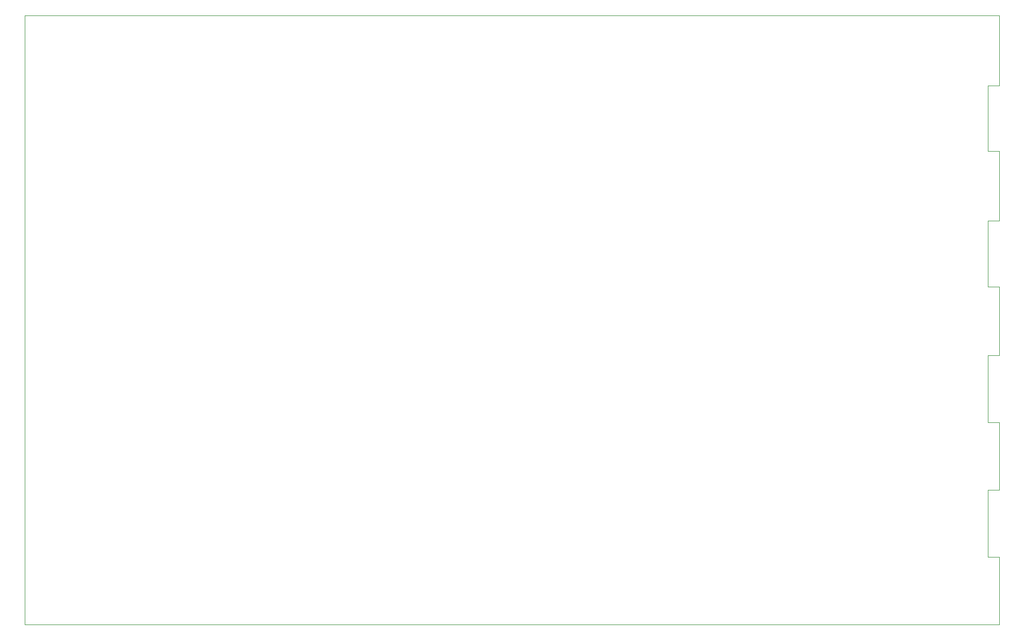
<source format=gbr>
G04 #@! TF.GenerationSoftware,KiCad,Pcbnew,9.0.0-9.0.0-2~ubuntu24.04.1*
G04 #@! TF.CreationDate,2025-03-10T11:02:05+01:00*
G04 #@! TF.ProjectId,Receiver,52656365-6976-4657-922e-6b696361645f,rev?*
G04 #@! TF.SameCoordinates,Original*
G04 #@! TF.FileFunction,Profile,NP*
%FSLAX46Y46*%
G04 Gerber Fmt 4.6, Leading zero omitted, Abs format (unit mm)*
G04 Created by KiCad (PCBNEW 9.0.0-9.0.0-2~ubuntu24.04.1) date 2025-03-10 11:02:05*
%MOMM*%
%LPD*%
G01*
G04 APERTURE LIST*
G04 #@! TA.AperFunction,Profile*
%ADD10C,0.050000*%
G04 #@! TD*
G04 APERTURE END LIST*
D10*
X70000000Y-160000000D02*
X70000000Y-60000000D01*
X230000000Y-126793000D02*
X228100000Y-126793000D01*
X228100000Y-126793000D02*
X228100000Y-115793000D01*
X228100000Y-115793000D02*
X230000000Y-115793000D01*
X230000000Y-126793000D02*
X230000000Y-137867000D01*
X230000000Y-115793000D02*
X230000000Y-104521000D01*
X230000000Y-93726000D02*
X230000000Y-82296000D01*
X230000000Y-71501000D02*
X230000000Y-60000000D01*
X230000000Y-148867000D02*
X230000000Y-160000000D01*
X228092000Y-82296000D02*
X230000000Y-82296000D01*
X230000000Y-160000000D02*
X70000000Y-160000000D01*
X228100000Y-137867000D02*
X230000000Y-137867000D01*
X228100000Y-148867000D02*
X228100000Y-137867000D01*
X228092000Y-82296000D02*
X228092000Y-71501000D01*
X228092000Y-71501000D02*
X230000000Y-71501000D01*
X228092000Y-104521000D02*
X230000000Y-104521000D01*
X70000000Y-60000000D02*
X230000000Y-60000000D01*
X230000000Y-148867000D02*
X228100000Y-148867000D01*
X228092000Y-104521000D02*
X228092000Y-93726000D01*
X228092000Y-93726000D02*
X230000000Y-93726000D01*
M02*

</source>
